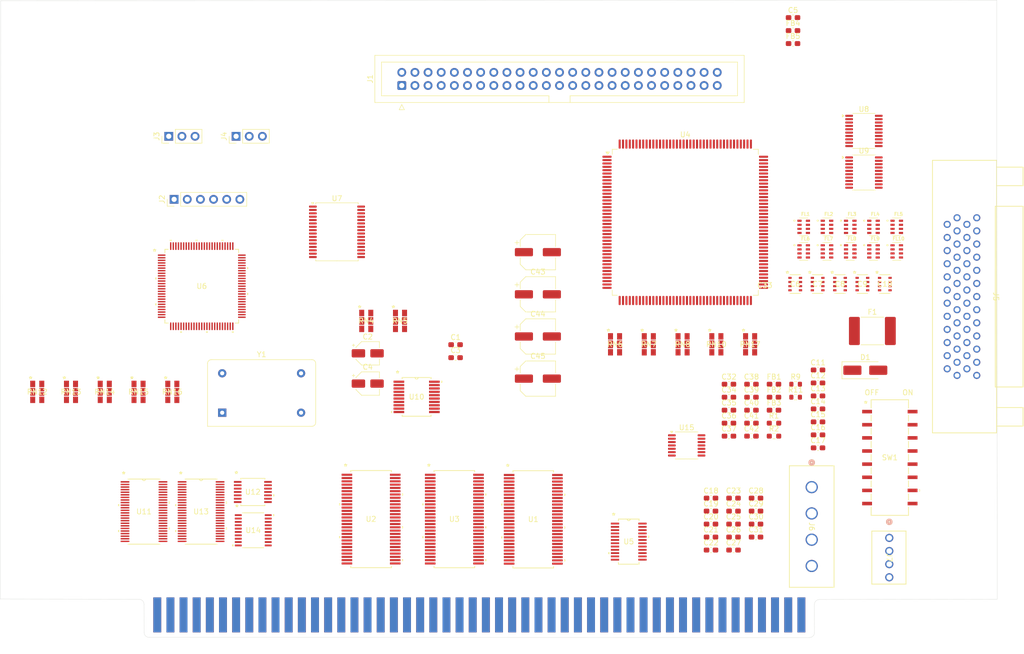
<source format=kicad_pcb>
(kicad_pcb (version 20241229) (generator "pcbnew") (generator_version "9.0")
  (layers (0 "F.Cu" signal) (2 "B.Cu" signal) (13 "F.Paste" user) (15 "B.Paste" user) (5 "F.SilkS" user "F.Silkscreen") (7 "B.SilkS" user "B.Silkscreen") (1 "F.Mask" user) (3 "B.Mask" user) (25 "Edge.Cuts" user))
  (net 0 "")
  (net 1 "GND")
  (net 2 "Net-(U8-VREF1)")
  (net 3 "Net-(U9-VREF1)")
  (net 4 "Z_DTACK")
  (net 5 "Net-(C6-Pad4)")
  (net 6 "Net-(C6-Pad2)")
  (net 7 "Net-(C6-Pad1)")
  (net 8 "Net-(C6-Pad3)")
  (net 9 "Net-(C7-Pad4)")
  (net 10 "Net-(C7-Pad1)")
  (net 11 "Net-(C7-Pad2)")
  (net 12 "Net-(C7-Pad3)")
  (net 13 "Net-(C8-Pad2)")
  (net 14 "Net-(C8-Pad3)")
  (net 15 "Net-(C8-Pad1)")
  (net 16 "Net-(C8-Pad4)")
  (net 17 "Net-(C9-Pad3)")
  (net 18 "Net-(C9-Pad2)")
  (net 19 "Net-(C9-Pad1)")
  (net 20 "Net-(C9-Pad4)")
  (net 25 "Net-(C10-Pad3)")
  (net 26 "Net-(C10-Pad4)")
  (net 27 "V5")
  (net 28 "Net-(C30-Pad2)")
  (net 29 "Z_D16")
  (net 30 "Z_A20D12")
  (net 31 "Z_D23")
  (net 32 "Z_A13D5")
  (net 33 "Z_A6")
  (net 36 "Z_DS0")
  (net 37 "Z_A18D10")
  (net 38 "Z_D20")
  (net 40 "Z_D18")
  (net 41 "Z_DS2")
  (net 42 "V12")
  (net 43 "Z_FC0")
  (net 44 "Z_DOE")
  (net 46 "Z_READ")
  (net 47 "Z_BGn")
  (net 48 "Z_A16D8")
  (net 49 "Z_A25D25")
  (net 50 "Z_A12D4")
  (net 51 "Z_BEER")
  (net 52 "Z_CINH")
  (net 53 "Z_DS3")
  (net 54 "Z_SLAVE")
  (net 56 "Z_A31D31")
  (net 57 "Z_A21D13")
  (net 58 "Z_A14D6")
  (net 59 "Z_INT2")
  (net 61 "Z_A29D29")
  (net 62 "Z_MTACK")
  (net 64 "Z_A9D1")
  (net 66 "Z_A4")
  (net 68 "Z_FC2")
  (net 69 "Z_A10D2")
  (net 70 "Z_IORST")
  (net 71 "Z_A8D0")
  (net 73 "Z_DS1")
  (net 74 "Z_MTCR")
  (net 75 "Z_CFGIN")
  (net 76 "Z_FCS")
  (net 78 "Z_D17")
  (net 80 "Z_7M")
  (net 82 "Z_D22")
  (net 83 "Z_A26D26")
  (net 84 "Z_A15D7")
  (net 85 "Z_A2")
  (net 86 "Z_A28D28")
  (net 88 "Z_A1")
  (net 89 "Z_A22D14")
  (net 91 "Z_FC1")
  (net 92 "Z_A3")
  (net 93 "Z_CFGOUT")
  (net 94 "Z_A24D24")
  (net 96 "Z_BRn")
  (net 97 "Z_A30D30")
  (net 98 "Z_D19")
  (net 99 "Z_A5")
  (net 100 "Z_A17D9")
  (net 102 "Z_A27D27")
  (net 103 "Z_A11D3")
  (net 104 "Z_A23D15")
  (net 105 "Z_A19D11")
  (net 106 "Z_A7")
  (net 107 "Z_D21")
  (net 108 "Net-(D1-K)")
  (net 109 "SCSI_TERMPWR")
  (net 110 "Net-(U4A-~{BR})")
  (net 111 "SBR")
  (net 112 "Net-(U4A-R_W)")
  (net 113 "PLD_READ")
  (net 114 "Net-(U4A-~{MASTER})")
  (net 115 "MASTER")
  (net 116 "Net-(U13-2B5)")
  (net 117 "Net-(U13-2B6)")
  (net 118 "SCTRL_SEL")
  (net 119 "SCTRL_REQ")
  (net 120 "SCTRL_CD")
  (net 121 "Net-(J1-Pin_44)")
  (net 122 "Net-(J1-Pin_50)")
  (net 123 "SCTRL_IO")
  (net 124 "Net-(J1-Pin_48)")
  (net 125 "Net-(J1-Pin_46)")
  (net 126 "Net-(J1-Pin_36)")
  (net 127 "SCTRL_RST")
  (net 128 "Net-(J1-Pin_38)")
  (net 129 "Net-(J1-Pin_42)")
  (net 130 "Net-(J1-Pin_40)")
  (net 131 "SCTRL_BSY")
  (net 132 "SCTRL_ACK")
  (net 133 "SCTRL_MSG")
  (net 134 "Net-(J1-Pin_32)")
  (net 135 "SCTRL_ATN")
  (net 136 "SCDAT6")
  (net 137 "Net-(J1-Pin_16)")
  (net 138 "Net-(J1-Pin_14)")
  (net 139 "Net-(J1-Pin_18)")
  (net 140 "SCDAT7")
  (net 141 "SCDATP")
  (net 142 "SCDAT5")
  (net 143 "SCDAT4")
  (net 144 "SCDAT3")
  (net 145 "Net-(J1-Pin_10)")
  (net 146 "Net-(J1-Pin_8)")
  (net 147 "Net-(J1-Pin_12)")
  (net 148 "SCDAT2")
  (net 149 "Net-(J1-Pin_6)")
  (net 150 "Net-(J1-Pin_4)")
  (net 153 "SCDAT1")
  (net 156 "Net-(J1-Pin_2)")
  (net 157 "SCDAT0")
  (net 164 "TDI")
  (net 165 "TCK")
  (net 166 "TDO")
  (net 167 "TMS")
  (net 168 "LEDR")
  (net 174 "Net-(U15A-~{Q})")
  (net 175 "CLKI")
  (net 176 "CLK")
  (net 177 "Net-(U15A-Q)")
  (net 178 "DIP_SCSI_ADDR1")
  (net 179 "DIP_SCSI_ADDR2")
  (net 180 "DIP_SCSI_FAST")
  (net 181 "DIP_SCSI_ADDR0")
  (net 182 "DIP_EXT_TERM")
  (net 183 "DIP_SYNCH_MODE")
  (net 184 "DIP_SCSI_LUNS")
  (net 185 "DIP_LONG_SPINUP")
  (net 186 "CBACK")
  (net 187 "BERR")
  (net 188 "STERM")
  (net 189 "CBREQ")
  (net 190 "PLD_SIZ1")
  (net 191 "PLD_AS")
  (net 192 "PLD_SIZ0")
  (net 193 "A3")
  (net 194 "A0")
  (net 195 "A1")
  (net 196 "A2")
  (net 197 "LED")
  (net 198 "PLD_DS")
  (net 199 "IORST")
  (net 200 "BGACK")
  (net 201 "Net-(Y1-OUT)")
  (net 202 "CLK_50M")
  (net 203 "M27")
  (net 204 "M25")
  (net 205 "M24")
  (net 206 "M26")
  (net 207 "M29")
  (net 208 "M28")
  (net 209 "M31")
  (net 210 "M30")
  (net 211 "PLD_FC0")
  (net 212 "PLD_FC2")
  (net 213 "PLD_FC1")
  (net 214 "PLD_DS1")
  (net 215 "PLD_DS3")
  (net 216 "PLD_DS2")
  (net 217 "PLD_DS0")
  (net 218 "Z_SENSE3")
  (net 219 "PLD_MTCR")
  (net 220 "PLD_DOE")
  (net 221 "DP0")
  (net 222 "DP2")
  (net 223 "DP3_ABRT")
  (net 224 "DP1")
  (net 225 "D2")
  (net 226 "D8")
  (net 227 "D13")
  (net 228 "Z2D")
  (net 229 "DBLT")
  (net 230 "D11")
  (net 231 "DBOE")
  (net 232 "D10")
  (net 233 "D4")
  (net 234 "D1")
  (net 235 "D6")
  (net 236 "D2Z")
  (net 237 "D12")
  (net 238 "D9")
  (net 239 "D15")
  (net 240 "D14")
  (net 241 "D7")
  (net 242 "D5")
  (net 243 "D3")
  (net 244 "D0")
  (net 245 "D31")
  (net 246 "D28")
  (net 247 "D22")
  (net 248 "D16")
  (net 249 "D24")
  (net 250 "D20")
  (net 251 "D17")
  (net 252 "D23")
  (net 253 "D19")
  (net 254 "D29")
  (net 255 "D26")
  (net 256 "D21")
  (net 257 "D25")
  (net 258 "D18")
  (net 259 "D27")
  (net 260 "D30")
  (net 261 "ABOEH")
  (net 262 "A29")
  (net 263 "A19")
  (net 264 "PLD_FCS")
  (net 265 "A16")
  (net 266 "A31")
  (net 267 "A27")
  (net 268 "A30")
  (net 269 "A28")
  (net 270 "BMASTER")
  (net 271 "A18")
  (net 272 "A21")
  (net 273 "A25")
  (net 274 "A17")
  (net 275 "A20")
  (net 276 "A24")
  (net 277 "A23")
  (net 278 "A26")
  (net 279 "A22")
  (net 281 "A10")
  (net 282 "A9")
  (net 283 "SREG")
  (net 286 "A5")
  (net 289 "SBG")
  (net 290 "A13")
  (net 291 "A8")
  (net 292 "A14")
  (net 295 "A4")
  (net 298 "NCR_INT")
  (net 299 "A11")
  (net 300 "A15")
  (net 301 "A12")
  (net 307 "A7")
  (net 308 "SLACK")
  (net 309 "A6")
  (net 313 "PLD_INTSPC")
  (net 314 "PLD_ASQ")
  (net 315 "PLD_INTVEC")
  (net 317 "DBOE_TO_FB")
  (net 318 "Z_LOCK")
  (net 319 "PLD_MYBUS")
  (net 320 "PLD_NACK")
  (net 321 "Z_FCS_TO_FB")
  (net 323 "MATCH")
  (net 324 "PLD_SCSI")
  (net 325 "ABOEL")
  (net 326 "PLD_NOZ3")
  (net 327 "Z2D_TO_FB")
  (net 328 "PLD_INT")
  (net 329 "PLD_SID")
  (net 331 "Z_SENSEZ3")
  (net 336 "PLD_INTREG")
  (net 337 "ROM_OE")
  (net 338 "PLD_CFGLT")
  (net 339 "ROM_WE")
  (net 346 "SCSI_BUSY")
  (net 347 "Z_BERR")
  (footprint "Capacitor_SMD:C_0603_1608Metric_Pad1.08x0.95mm_HandSolder" (layer "F.Cu") (at 178.2525 137.26)
    (property "Reference" "C31")
    (property "Value" "100nF")
  )
  (footprint "Capacitor_SMD:C_0603_1608Metric_Pad1.08x0.95mm_HandSolder" (layer "F.Cu") (at 120.2 102.57)
    (property "Reference" "C3")
    (property "Value" "100nF")
  )
  (footprint "CAY16_102J4LF:BO_CAY16" (layer "F.Cu") (at 157.535 99.985)
    (property "Reference" "RN7")
    (property "Value" "1K")
  )
  (footprint "Capacitor_SMD:C_0603_1608Metric_Pad1.08x0.95mm_HandSolder" (layer "F.Cu") (at 185.4 36.81)
    (property "Reference" "C5")
    (property "Value" "10pF")
  )
  (footprint "Capacitor_SMD:CP_Elec_6.3x7.7" (layer "F.Cu") (at 136.1 90.32)
    (property "Reference" "C43")
    (property "Value" "47uF")
  )
  (footprint "DA1206D600R-10:FB_DA1206D600R-10" (layer "F.Cu") (at 196.455 77.27)
    (property "Reference" "FL3")
    (property "Value" "DA1206D600R-10")
  )
  (footprint "Capacitor_SMD:C_0603_1608Metric_Pad1.08x0.95mm_HandSolder" (layer "F.Cu") (at 169.5525 139.77)
    (property "Reference" "C22")
    (property "Value" "100nF")
  )
  (footprint "Capacitor_SMD:C_0603_1608Metric_Pad1.08x0.95mm_HandSolder" (layer "F.Cu") (at 169.5525 134.75)
    (property "Reference" "C20")
    (property "Value" "100nF")
  )
  (footprint "74FCT16543:DL56" (layer "F.Cu") (at 135.2073 133.830001)
    (property "Reference" "U1")
    (property "Value" "CY74FCT16543TPVCT")
  )
  (footprint "CA0612KRNPO9BN101:CAP_CA0612_3P2X1P6_YAG" (layer "F.Cu") (at 185.8262 88.34)
    (property "Reference" "C6")
    (property "Value" "100pF")
  )
  (footprint "CAY16_102J4LF:BO_CAY16" (layer "F.Cu") (at 170.585 99.985)
    (property "Reference" "RN10")
    (property "Value" "1K")
  )
  (footprint "Capacitor_SMD:C_0603_1608Metric_Pad1.08x0.95mm_HandSolder" (layer "F.Cu") (at 173.9025 134.75)
    (property "Reference" "C25")
    (property "Value" "100nF")
  )
  (footprint "DA1206D600R-10:FB_DA1206D600R-10" (layer "F.Cu") (at 205.445 77.27)
    (property "Reference" "FL5")
    (property "Value" "DA1206D600R-10")
  )
  (footprint "CAY16_102J4LF:BO_CAY16" (layer "F.Cu") (at 177.11 99.985)
    (property "Reference" "RN17")
    (property "Value" "1K")
  )
  (footprint "CAY16_102J4LF:BO_CAY16" (layer "F.Cu") (at 58.935 109.18)
    (property "Reference" "RN15")
    (property "Value" "1K")
  )
  (footprint "Resistor_SMD:R_0603_1608Metric" (layer "F.Cu") (at 185.9025 107.7)
    (property "Reference" "R9")
    (property "Value" "120")
  )
  (footprint "DA1206D600R-10:FB_DA1206D600R-10" (layer "F.Cu") (at 191.96 77.27)
    (property "Reference" "FL2")
    (property "Value" "DA1206D600R-10")
  )
  (footprint "CY74FCT543ATQCT:DBQ24" (layer "F.Cu") (at 153.6543 138.1425)
    (property "Reference" "U5")
    (property "Value" "CY74FCT543ATQCT")
  )
  (footprint "CAY16_102J4LF:BO_CAY16" (layer "F.Cu") (at 151.01 99.985)
    (property "Reference" "RN6")
    (property "Value" "1K")
  )
  (footprint "Connector_PinHeader_2.54mm:PinHeader_1x03_P2.54mm_Vertical" (layer "F.Cu") (at 77.785 59.76 90)
    (property "Reference" "J4")
    (property "Value" "TO-MB")
  )
  (footprint "Connector_IDC:IDC-Header_2x25_P2.54mm_Vertical" (layer "F.Cu") (at 109.8 49.94 90)
    (property "Reference" "J1")
    (property "Value" "Conn_02x25_Odd_Even")
  )
  (footprint "Capacitor_SMD:C_0603_1608Metric_Pad1.08x0.95mm_HandSolder" (layer "F.Cu") (at 178.2525 134.75)
    (property "Reference" "C30")
    (property "Value" "100nF")
  )
  (footprint "Capacitor_SMD:C_0603_1608Metric_Pad1.08x0.95mm_HandSolder" (layer "F.Cu") (at 185.4 41.83)
    (property "Reference" "FB5")
    (property "Value" "60")
  )
  (footprint "DA1206D600R-10:FB_DA1206D600R-10" (layer "F.Cu") (at 200.95 82.02)
    (property "Reference" "FL9")
    (property "Value" "DA1206D600R-10")
  )
  (footprint "Fuse:Fuse_2920_7451Metric_Pad2.10x5.45mm_HandSolder" (layer "F.Cu") (at 200.73 97.41)
    (property "Reference" "F1")
    (property "Value" "ASMDC185F/33-2")
  )
  (footprint "DA1206D600R-10:FB_DA1206D600R-10" (layer "F.Cu") (at 187.465 77.27)
    (property "Reference" "FL1")
    (property "Value" "DA1206D600R-10")
  )
  (footprint "CAY16_102J4LF:BO_CAY16" (layer "F.Cu") (at 52.41 109.18)
    (property "Reference" "RN14")
    (property "Value" "1K")
  )
  (footprint "Capacitor_SMD:CP_Elec_4x5.7" (layer "F.Cu") (at 103.22 101.73)
    (property "Reference" "C2")
    (property "Value" "4.7uF")
  )
  (footprint "Capacitor_SMD:C_0603_1608Metric_Pad1.08x0.95mm_HandSolder" (layer "F.Cu") (at 177.3725 117.74)
    (property "Reference" "C42")
    (property "Value" "100nF")
  )
  (footprint "Capacitor_SMD:C_0603_1608Metric_Pad1.08x0.95mm_HandSolder" (layer "F.Cu") (at 190.2325 117.5)
    (property "Reference" "C16")
    (property "Value" "100nF")
  )
  (footprint "ATF1508AS:100A_ATM" (layer "F.Cu") (at 71.150001 88.750002)
    (property "Reference" "U6")
    (property "Value" "ATF1508AS-10AU100")
  )
  (footprint "Resistor_SMD:R_0603_1608Metric" (layer "F.Cu") (at 185.9025 110.21)
    (property "Reference" "R11")
    (property "Value" "120")
  )
  (footprint "Capacitor_SMD:C_0603_1608Metric_Pad1.08x0.95mm_HandSolder" (layer "F.Cu") (at 181.7225 107.7)
    (property "Reference" "FB1")
    (property "Value" "60")
  )
  (footprint "Capacitor_SMD:C_0603_1608Metric_Pad1.08x0.95mm_HandSolder" (layer "F.Cu") (at 173.0225 110.21)
    (property "Reference" "C34")
    (property "Value" "100nF")
  )
  (footprint "Capacitor_SMD:C_0603_1608Metric_Pad1.08x0.95mm_HandSolder" (layer "F.Cu") (at 181.7225 110.21)
    (property "Reference" "FB2")
    (property "Value" "60")
  )
  (footprint "74ACT521MTCX:TSSOP20_4P4X6P5_ONS" (layer "F.Cu") (at 81.0948 135.952001)
    (property "Reference" "U14")
    (property "Value" "74ACT521MTCX")
  )
  (footprint "Capacitor_SMD:C_0603_1608Metric_Pad1.08x0.95mm_HandSolder" (layer "F.Cu") (at 169.5525 129.73)
    (property "Reference" "C18")
    (property "Value" "100nF")
  )
  (footprint "Package_SO:TSSOP-20_4.4x6.5mm_P0.65mm" (layer "F.Cu") (at 199.1025 66.775)
    (property "Reference" "U9")
    (property "Value" "DS21S07A")
  )
  (footprint "Capacitor_SMD:C_0603_1608Metric_Pad1.08x0.95mm_HandSolder" (layer "F.Cu") (at 173.0225 107.7)
    (property "Reference" "C32")
    (property "Value" "10nF")
  )
  (footprint "DA1206D600R-10:FB_DA1206D600R-10" (layer "F.Cu") (at 205.445 82.02)
    (property "Reference" "FL10")
    (property "Value" "DA1206D600R-10")
  )
  (footprint "CAY16_102J4LF:BO_CAY16" (layer "F.Cu") (at 65.46 109.18)
    (property "Reference" "RN16")
    (property "Value" "1K")
  )
  (footprint "Capacitor_SMD:C_0603_1608Metric_Pad1.08x0.95mm_HandSolder" (layer "F.Cu") (at 120.2 100.06)
    (property "Reference" "C1")
    (property "Value" "100nF")
  )
  (footprint "74FCT16543:DL56" (layer "F.Cu") (at 119.96005 133.792501)
    (property "Reference" "U3")
    (property "Value" "CY74FCT16543TPVCT")
  )
  (footprint "CAY16_102J4LF:BO_CAY16" (layer "F.Cu") (at 164.06 99.985)
    (property "Reference" "RN8")
    (property "Value" "1K")
  )
  (footprint "Capacitor_SMD:CP_Elec_6.3x7.7" (layer "F.Cu") (at 136.1 106.62)
    (property "Reference" "C45")
    (property "Value" "47uF")
  )
  (footprint "Capacitor_SMD:C_0603_1608Metric_Pad1.08x0.95mm_HandSolder" (layer "F.Cu") (at 177.3725 110.21)
    (property "Reference" "C39")
    (property "Value" "10nF")
  )
  (footprint "Capacitor_SMD:C_0603_1608Metric_Pad1.08x0.95mm_HandSolder" (layer "F.Cu") (at 178.2525 129.73)
    (property "Reference" "C28")
    (property "Value" "100nF")
  )
  (footprint "Capacitor_SMD:C_0603_1608Metric_Pad1.08x0.95mm_HandSolder" (layer "F.Cu") (at 173.9025 139.77)
    (property "Reference" "C27")
    (property "Value" "100nF")
  )
  (footprint "Capacitor_SMD:C_0603_1608Metric_Pad1.08x0.95mm_HandSolder" (layer "F.Cu") (at 190.2325 112.48)
    (property "Reference" "C14")
    (property "Value" "100nF")
  )
  (footprint "CA0612KRNPO9BN101:CAP_CA0612_3P2X1P6_YAG" (layer "F.Cu") (at 190.1536 88.34)
    (property "Reference" "C7")
    (property "Value" "100pF")
  )
  (footprint "Capacitor_SMD:C_0603_1608Metric_Pad1.08x0.95mm_HandSolder" (layer "F.Cu") (at 173.0225 112.72)
    (property "Reference" "C35")
    (property "Value" "10nF")
  )
  (footprint "74FCT16543:DL56" (layer "F.Cu") (at 103.86455 133.787501)
    (property "Reference" "U2")
    (property "Value" "CY74FCT16543TPVCT")
  )
  (footprint "Resistor_SMD:R_0603_1608Metric_Pad0.98x0.95mm_HandSolder" (layer "F.Cu") (at 181.7225 115.23)
    (property "Reference" "R1")
    (property "Value" "22")
  )
  (footprint "Capacitor_SMD:C_0603_1608Metric_Pad1.08x0.95mm_HandSolder" (layer "F.Cu") (at 173.0225 117.74)
    (property "Reference" "C37")
    (property "Value" "10nF")
  )
  (footprint "Capacitor_SMD:C_0603_1608Metric_Pad1.08x0.95mm_HandSolder" (layer "F.Cu") (at 178.2525 132.24)
    (property "Reference" "C29")
    (property "Value" "0.1uF")
  )
  (footprint "Capacitor_SMD:C_0603_1608Metric_Pad1.08x0.95mm_HandSolder" (layer "F.Cu") (at 190.2325 107.46)
    (property "Reference" "C12")
    (property "Value" "100nF")
  )
  (footprint "Capacitor_SMD:C_0603_1608Metric_Pad1.08x0.95mm_HandSolder" (layer "F.Cu") (at 177.3725 115.23)
    (property "Reference" "C41")
    (property "Value" "10nF")
  )
  (footprint "22112042:CONN_A-6373-04A_MOL" (layer "F.Cu") (at 204 137.42 -90)
    (property "Reference" "J7")
    (property "Value" "22112042")
  )
  (footprint "DA1206D600R-10:FB_DA1206D600R-10" (layer "F.Cu") (at 187.465 82.02)
    (property "Reference" "FL6")
    (property "Value" "DA1206D600R-10")
  )
  (footprint "CAY16_102J4LF:BO_CAY16" (layer "F.Cu") (at 109.46 95.46)
    (property "Reference" "RN5")
    (property "Value" "1K")
  )
  (footprint "SN74ABT16374ADGGR:DGG48" (layer "F.Cu") (at 59.9873 132.340001)
    (property "Reference" "U11")
    (property "Value" "SN74ABT16374ADGGR")
  )
  (footprint "DA1206D600R-10:FB_DA1206D600R-10" (layer "F.Cu") (at 191.96 82.02)
    (property "Reference" "FL7")
    (property "Value" "DA1206D600R-10")
  )
  (footprint "Zorro3:Zorro3-CardEdge" (layer "F.Cu") (at 62.55 152.31)
    (property "Reference" "CN1" (hide yes))
    (property "Value" "Zorro3")
  )
  (footprint "DA1206D600R-10:FB_DA1206D600R-10" (layer "F.Cu") (at 200.95 77.27)
    (property "Reference" "FL4")
    (property "Value" "DA1206D600R-10")
  )
  (footprint "Package_SO:TSSOP-20_4.4x6.5mm_P0.65mm" (layer "F.Cu") (at 199.1025 58.725)
    (property "Reference" "U8")
    (property "Value" "DS21S07A")
  )
  (footprint "Capacitor_SMD:C_0603_1608Metric_Pad1.08x0.95mm_HandSolder" (layer "F.Cu") (at 185.4 39.32)
    (property "Reference" "FB4")
    (property "Value" "60")
  )
  (footprint "CA0612KRNPO9BN101:CAP_CA0612_3P2X1P6_YAG" (layer "F.Cu") (at 203.1358 88.34)
    (property "Reference" "C10")
    (property "Value" "100pF")
  )
  (footprint "Capacitor_SMD:CP_Elec_6.3x7.7" (layer "F.Cu") (at 136.1 82.17)
    (property "Reference" "C33")
    (property "Value" "47uF")
  )
  (footprint "Oscillator:Oscillator_DIP-14" (layer "F.Cu") (at 75.1 113.21)
    (property "Reference" "Y1")
    (property "Value" "Abracon ACO-50MHz")
  )
  (footprint "Capacitor_SMD:CP_Elec_4x5.7" (layer "F.Cu") (at 103.22 107.58)
    (property "Reference" "C4")
    (property "Value" "4.7uF")
  )
  (footprint "Capacitor_SMD:C_0603_1608Metric_Pad1.08x0.95mm_HandSolder" (layer "F.Cu") (at 177.3725 112.72)
    (property "Reference" "C40")
    (property "Value" "100nF")
  )
  (footprint "Capacitor_SMD:C_0603_1608Metric_Pad1.08x0.95mm_HandSolder" (layer "F.Cu") (at 190.2325 120.01)
    (property "Reference" "C17")
    (property "Value" "100nF")
  )
  (footprint "Package_SO:TSSOP-14_4.4x5mm_P0.65mm" (layer "F.Cu") (at 164.85 119.54)
    (property "Reference" "U15")
    (property "Value" "74ABT74")
  )
  (footprint "219_8MST:SO16_219-8_CTS" (layer "F.Cu") (at 204.1058 121.89)
    (property "Reference" "SW1")
    (property "Value" "219-8MST")
  )
  (footprint "CAY16_102J4LF:BO_CAY16" (layer "F.Cu") (at 102.935 95.46)
    (property "Reference" "RN4")
    (property "Value" "1K")
  )
  (footprint "5787170_5:CONN_5787170-5_TYC" (layer "F.Cu") (at 220.905 75.519 -90)
    (property "Reference" "J5")
    (property "Value" "5787170-5")
  )
  (footprint "Diode_SMD:D_SMA_Handsoldering" (layer "F.Cu") (at 199.37 105)
    (property "Reference" "D1")
    (property "Value" "SS24")
  )
  (footprint "Capacitor_SMD:C_0603_1608Metric_Pad1.08x0.95mm_HandSolder" (layer "F.Cu") (at 190.2325 104.95)
    (property "Reference" "C11")
    (property "Value" "100nF")
  )
  (footprint "SN74F244DB:DB20" (layer "F.Cu") (at 112.67 110.15)
    (property "Reference" "U10")
    (property "Value" "SN74F244DB")
  )
  (footprint "Capacitor_SMD:C_0603_1608Metric_Pad1.08x0.95mm_HandSolder" (layer "F.Cu") (at 169.5525 132.24)
    (property "Reference" "C19")
    (property "Value" "100nF")
  )
  (footprint "350543_1:CONN_350543-1_TYC" (layer "F.Cu") (at 189.01 127.61 -90)
    (property "Reference" "J6")
    (property "Value" "350543-1")
  )
  (footprint "Capacitor_SMD:C_0603_1608Metric_Pad1.08x0.95mm_HandSolder" (layer "F.Cu") (at 169.5525 137.26)
    (property "Reference" "C21")
    (property "Value" "100nF")
  )
  (footprint "Capacitor_SMD:C_0603_1608Metric_Pad1.08x0.95mm_HandSolder" (layer "F.Cu") (at 190.2325 114.99)
    (property "Reference" "C15")
    (property "Value" "100nF")
  )
  (footprint "Capacitor_SMD:C_0603_1608Metric_Pad1.08x0.95mm_HandSolder" (layer "F.Cu") (at 173.0225 115.23)
    (property "Reference" "C36")
    (property "Value" "100nF")
  )
  (footprint "Capacitor_SMD:C_0603_1608Metric_Pad1.08x0.95mm_HandSolder" (layer "F.Cu") (at 190.2325 109.97)
    (property "Reference" "C13")
    (property "Value" "100nF")
  )
  (footprint "74LVC07APW_118:TSSOP14_5P1X4P5_NEX" (layer "F.Cu") (at 81.0186 128.542701)
    (property "Reference" "U12")
    (property "Value" "74LVC07APW_118")
  )
  (footprint "CA0612KRNPO9BN101:CAP_CA0612_3P2X1P6_YAG" (layer "F.Cu") (at 194.481 88.34)
    (property "Reference" "C8")
    (property "Value" "100pF")
  )
  (footprint "DA1206D600R-10:FB_DA1206D600R-10" (layer "F.Cu") (at 196.455 82.02)
    (property "Reference" "FL8")
    (property "Value" "DA1206D600R-10")
  )
  (footprint "Capacitor_SMD:C_0603_1608Metric_Pad1.08x0.95mm_HandSolder" (layer "F.Cu") (at 181.7225 112.72)
    (property "Reference" "FB3")
    (property "Value" "60")
  )
  (footprint "Connector_PinHeader_2.54mm:PinHeader_1x03_P2.54mm_Vertical" (layer "F.Cu") (at 64.775 59.76 90)
    (property "Reference" "J3")
    (property "Value" "TO-LED")
  )
  (footprint "Resistor_SMD:R_0603_1608Metric_Pad0.98x0.95mm_HandSolder" (layer "F.Cu") (at 181.7225 117.74)
    (property "Reference" "R2")
    (property "Value" "22")
  )
  (footprint "Capacitor_SMD:C_0603_1608Metric_Pad1.08x0.95mm_HandSolder" (layer "F.Cu") (at 177.3725 107.7)
    (property "Reference" "C38")
    (property "Value" "100nF")
  )
  (footprint "CA0612KRNPO9BN101:CAP_CA0612_3P2X1P6_YAG" (layer "F.Cu") (at 198.8084 88.34)
    (property "Reference" "C9")
    (property "Value" "100pF")
  )
  (footprint "Capacitor_SMD:C_0603_1608Metric_Pad1.08x0.95mm_HandSolder" (layer "F.Cu") (at 173.9025 129.73)
    (property "Reference" "C23")
    (property "Value" "100nF")
  )
  (footprint "CAY16_102J4LF:BO_CAY16" (layer "F.Cu") (at 45.885 109.18)
    (property "Reference" "RN13")
    (property "Value" "1K")
  )
  (footprint "Package_QFP:PQFP-160_28x28mm_P0.65mm" (layer "F.Cu") (at 164.58 76.39)
    (property "Reference" "U4")
    (property "Value" "NCR53c710 SCSI Host Controller")
  )
  (footprint "Capacitor_SMD:C_0603_1608Metric_Pad1.08x0.95mm_HandSolder" (layer "F.Cu") (at 173.9025 137.26)
    (property "Reference" "C26")
    (property "Value" "100nF")
  )
  (footprint "CAY16_102J4LF:BO_CAY16" (layer "F.Cu") (at 39.36 109.18)
    (property "Reference" "RN12")
    (property "Value" "1K")
  )
  (footprint "Capacitor_SMD:CP_Elec_6.3x7.7" (layer "F.Cu") (at 136.1 98.47)
    (property "Reference" "C44")
    (property "Value" "47uF")
  )
  (footprint "Capacitor_SMD:C_0603_1608Metric_Pad1.08x0.95mm_HandSolder" (layer "F.Cu") (at 173.9025 132.24)
    (property "Reference" "C24")
    (property "Value" "100nF")
  )
  (footprint "SN74ABT16245ADGGR:DGG48" (layer "F.Cu") (at 71.0203 132.340001)
    (property "Reference" "U13")
    (property "Value" "SN74ABT16245ADGGR")
  )
  (footprint "Connector_PinHeader_2.54mm:PinHeader_1x06_P2.54mm_Vertical" (layer "F.Cu") (at 65.81 71.95 90)
    (property "Reference" "J2")
    (property "Value" "Conn_01x06_Pin")
  )
  (footprint "Package_SO:TSSOP-32_8x11mm_P0.65mm" (layer "F.Cu") (at 97.2825 78.235)
    (property "Reference" "U7")
    (property "Value" "SST39SF010")
  )
  (gr_arc (start 189.544106 155.724106) (mid 189.26 156.41) (end 188.574106 156.694106) (stroke (width 0.05)) (layer "Edge.Cuts"))
  (gr_line (start 224.85 149.27) (end 224.76 33.43) (stroke (width 0.05)) (layer "Edge.Cuts"))
  (gr_arc (start 59.024106 149.285894) (mid 59.71 149.57) (end 59.994106 150.255894) (stroke (width 0.05)) (layer "Edge.Cuts"))
  (gr_line (start 32.19 149.24) (end 59.024106 149.285895) (stroke (width 0.05)) (layer "Edge.Cuts"))
  (gr_line (start 60.9759 156.654106) (end 188.574106 156.694106) (stroke (width 0.05)) (layer "Edge.Cuts"))
  (gr_arc (start 189.535894 150.305894) (mid 189.82 149.62) (end 190.505894 149.335894) (stroke (width 0.05)) (layer "Edge.Cuts"))
  (gr_line (start 59.994106 150.2559) (end 60.005894 155.6841) (stroke (width 0.05)) (layer "Edge.Cuts"))
  (gr_line (start 32.29 33.54) (end 32.19 149.24) (stroke (width 0.05)) (layer "Edge.Cuts"))
  (gr_line (start 224.76 33.43) (end 32.29 33.54) (stroke (width 0.05)) (layer "Edge.Cuts"))
  (gr_arc (start 60.975894 156.654106) (mid 60.29 156.37) (end 60.005894 155.684106) (stroke (width 0.05)) (layer "Edge.Cuts"))
  (gr_line (start 189.535895 150.305894) (end 189.544106 155.724106) (stroke (width 0.05)) (layer "Edge.Cuts"))
  (gr_line (start 190.5059 149.335894) (end 224.85 149.27) (stroke (width 0.05)) (layer "Edge.Cuts"))
)
</source>
